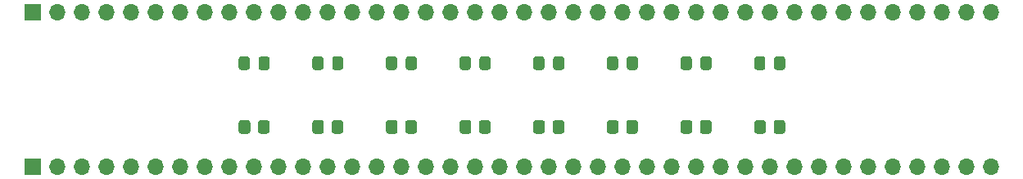
<source format=gts>
G04 #@! TF.GenerationSoftware,KiCad,Pcbnew,(5.1.9)-1*
G04 #@! TF.CreationDate,2021-10-24T00:32:31-04:00*
G04 #@! TF.ProjectId,bus-connect,6275732d-636f-46e6-9e65-63742e6b6963,rev?*
G04 #@! TF.SameCoordinates,Original*
G04 #@! TF.FileFunction,Soldermask,Top*
G04 #@! TF.FilePolarity,Negative*
%FSLAX46Y46*%
G04 Gerber Fmt 4.6, Leading zero omitted, Abs format (unit mm)*
G04 Created by KiCad (PCBNEW (5.1.9)-1) date 2021-10-24 00:32:31*
%MOMM*%
%LPD*%
G01*
G04 APERTURE LIST*
%ADD10O,1.700000X1.700000*%
%ADD11R,1.700000X1.700000*%
G04 APERTURE END LIST*
D10*
X191560000Y-80000000D03*
X189020000Y-80000000D03*
X186480000Y-80000000D03*
X183940000Y-80000000D03*
X181400000Y-80000000D03*
X178860000Y-80000000D03*
X176320000Y-80000000D03*
X173780000Y-80000000D03*
X171240000Y-80000000D03*
X168700000Y-80000000D03*
X166160000Y-80000000D03*
X163620000Y-80000000D03*
X161080000Y-80000000D03*
X158540000Y-80000000D03*
X156000000Y-80000000D03*
X153460000Y-80000000D03*
X150920000Y-80000000D03*
X148380000Y-80000000D03*
X145840000Y-80000000D03*
X143300000Y-80000000D03*
X140760000Y-80000000D03*
X138220000Y-80000000D03*
X135680000Y-80000000D03*
X133140000Y-80000000D03*
X130600000Y-80000000D03*
X128060000Y-80000000D03*
X125520000Y-80000000D03*
X122980000Y-80000000D03*
X120440000Y-80000000D03*
X117900000Y-80000000D03*
X115360000Y-80000000D03*
X112820000Y-80000000D03*
X110280000Y-80000000D03*
X107740000Y-80000000D03*
X105200000Y-80000000D03*
X102660000Y-80000000D03*
X100120000Y-80000000D03*
X97580000Y-80000000D03*
X95040000Y-80000000D03*
D11*
X92500000Y-80000000D03*
D10*
X191560000Y-96000000D03*
X189020000Y-96000000D03*
X186480000Y-96000000D03*
X183940000Y-96000000D03*
X181400000Y-96000000D03*
X178860000Y-96000000D03*
X176320000Y-96000000D03*
X173780000Y-96000000D03*
X171240000Y-96000000D03*
X168700000Y-96000000D03*
X166160000Y-96000000D03*
X163620000Y-96000000D03*
X161080000Y-96000000D03*
X158540000Y-96000000D03*
X156000000Y-96000000D03*
X153460000Y-96000000D03*
X150920000Y-96000000D03*
X148380000Y-96000000D03*
X145840000Y-96000000D03*
X143300000Y-96000000D03*
X140760000Y-96000000D03*
X138220000Y-96000000D03*
X135680000Y-96000000D03*
X133140000Y-96000000D03*
X130600000Y-96000000D03*
X128060000Y-96000000D03*
X125520000Y-96000000D03*
X122980000Y-96000000D03*
X120440000Y-96000000D03*
X117900000Y-96000000D03*
X115360000Y-96000000D03*
X112820000Y-96000000D03*
X110280000Y-96000000D03*
X107740000Y-96000000D03*
X105200000Y-96000000D03*
X102660000Y-96000000D03*
X100120000Y-96000000D03*
X97580000Y-96000000D03*
X95040000Y-96000000D03*
D11*
X92500000Y-96000000D03*
G36*
G01*
X115000000Y-91449999D02*
X115000000Y-92350001D01*
G75*
G02*
X114750001Y-92600000I-249999J0D01*
G01*
X114049999Y-92600000D01*
G75*
G02*
X113800000Y-92350001I0J249999D01*
G01*
X113800000Y-91449999D01*
G75*
G02*
X114049999Y-91200000I249999J0D01*
G01*
X114750001Y-91200000D01*
G75*
G02*
X115000000Y-91449999I0J-249999D01*
G01*
G37*
G36*
G01*
X117000000Y-91449999D02*
X117000000Y-92350001D01*
G75*
G02*
X116750001Y-92600000I-249999J0D01*
G01*
X116049999Y-92600000D01*
G75*
G02*
X115800000Y-92350001I0J249999D01*
G01*
X115800000Y-91449999D01*
G75*
G02*
X116049999Y-91200000I249999J0D01*
G01*
X116750001Y-91200000D01*
G75*
G02*
X117000000Y-91449999I0J-249999D01*
G01*
G37*
G36*
G01*
X122614285Y-91449999D02*
X122614285Y-92350001D01*
G75*
G02*
X122364286Y-92600000I-249999J0D01*
G01*
X121664284Y-92600000D01*
G75*
G02*
X121414285Y-92350001I0J249999D01*
G01*
X121414285Y-91449999D01*
G75*
G02*
X121664284Y-91200000I249999J0D01*
G01*
X122364286Y-91200000D01*
G75*
G02*
X122614285Y-91449999I0J-249999D01*
G01*
G37*
G36*
G01*
X124614285Y-91449999D02*
X124614285Y-92350001D01*
G75*
G02*
X124364286Y-92600000I-249999J0D01*
G01*
X123664284Y-92600000D01*
G75*
G02*
X123414285Y-92350001I0J249999D01*
G01*
X123414285Y-91449999D01*
G75*
G02*
X123664284Y-91200000I249999J0D01*
G01*
X124364286Y-91200000D01*
G75*
G02*
X124614285Y-91449999I0J-249999D01*
G01*
G37*
G36*
G01*
X130228570Y-91449999D02*
X130228570Y-92350001D01*
G75*
G02*
X129978571Y-92600000I-249999J0D01*
G01*
X129278569Y-92600000D01*
G75*
G02*
X129028570Y-92350001I0J249999D01*
G01*
X129028570Y-91449999D01*
G75*
G02*
X129278569Y-91200000I249999J0D01*
G01*
X129978571Y-91200000D01*
G75*
G02*
X130228570Y-91449999I0J-249999D01*
G01*
G37*
G36*
G01*
X132228570Y-91449999D02*
X132228570Y-92350001D01*
G75*
G02*
X131978571Y-92600000I-249999J0D01*
G01*
X131278569Y-92600000D01*
G75*
G02*
X131028570Y-92350001I0J249999D01*
G01*
X131028570Y-91449999D01*
G75*
G02*
X131278569Y-91200000I249999J0D01*
G01*
X131978571Y-91200000D01*
G75*
G02*
X132228570Y-91449999I0J-249999D01*
G01*
G37*
G36*
G01*
X137842855Y-91449999D02*
X137842855Y-92350001D01*
G75*
G02*
X137592856Y-92600000I-249999J0D01*
G01*
X136892854Y-92600000D01*
G75*
G02*
X136642855Y-92350001I0J249999D01*
G01*
X136642855Y-91449999D01*
G75*
G02*
X136892854Y-91200000I249999J0D01*
G01*
X137592856Y-91200000D01*
G75*
G02*
X137842855Y-91449999I0J-249999D01*
G01*
G37*
G36*
G01*
X139842855Y-91449999D02*
X139842855Y-92350001D01*
G75*
G02*
X139592856Y-92600000I-249999J0D01*
G01*
X138892854Y-92600000D01*
G75*
G02*
X138642855Y-92350001I0J249999D01*
G01*
X138642855Y-91449999D01*
G75*
G02*
X138892854Y-91200000I249999J0D01*
G01*
X139592856Y-91200000D01*
G75*
G02*
X139842855Y-91449999I0J-249999D01*
G01*
G37*
G36*
G01*
X145457140Y-91449999D02*
X145457140Y-92350001D01*
G75*
G02*
X145207141Y-92600000I-249999J0D01*
G01*
X144507139Y-92600000D01*
G75*
G02*
X144257140Y-92350001I0J249999D01*
G01*
X144257140Y-91449999D01*
G75*
G02*
X144507139Y-91200000I249999J0D01*
G01*
X145207141Y-91200000D01*
G75*
G02*
X145457140Y-91449999I0J-249999D01*
G01*
G37*
G36*
G01*
X147457140Y-91449999D02*
X147457140Y-92350001D01*
G75*
G02*
X147207141Y-92600000I-249999J0D01*
G01*
X146507139Y-92600000D01*
G75*
G02*
X146257140Y-92350001I0J249999D01*
G01*
X146257140Y-91449999D01*
G75*
G02*
X146507139Y-91200000I249999J0D01*
G01*
X147207141Y-91200000D01*
G75*
G02*
X147457140Y-91449999I0J-249999D01*
G01*
G37*
G36*
G01*
X153071425Y-91449999D02*
X153071425Y-92350001D01*
G75*
G02*
X152821426Y-92600000I-249999J0D01*
G01*
X152121424Y-92600000D01*
G75*
G02*
X151871425Y-92350001I0J249999D01*
G01*
X151871425Y-91449999D01*
G75*
G02*
X152121424Y-91200000I249999J0D01*
G01*
X152821426Y-91200000D01*
G75*
G02*
X153071425Y-91449999I0J-249999D01*
G01*
G37*
G36*
G01*
X155071425Y-91449999D02*
X155071425Y-92350001D01*
G75*
G02*
X154821426Y-92600000I-249999J0D01*
G01*
X154121424Y-92600000D01*
G75*
G02*
X153871425Y-92350001I0J249999D01*
G01*
X153871425Y-91449999D01*
G75*
G02*
X154121424Y-91200000I249999J0D01*
G01*
X154821426Y-91200000D01*
G75*
G02*
X155071425Y-91449999I0J-249999D01*
G01*
G37*
G36*
G01*
X160685710Y-91449999D02*
X160685710Y-92350001D01*
G75*
G02*
X160435711Y-92600000I-249999J0D01*
G01*
X159735709Y-92600000D01*
G75*
G02*
X159485710Y-92350001I0J249999D01*
G01*
X159485710Y-91449999D01*
G75*
G02*
X159735709Y-91200000I249999J0D01*
G01*
X160435711Y-91200000D01*
G75*
G02*
X160685710Y-91449999I0J-249999D01*
G01*
G37*
G36*
G01*
X162685710Y-91449999D02*
X162685710Y-92350001D01*
G75*
G02*
X162435711Y-92600000I-249999J0D01*
G01*
X161735709Y-92600000D01*
G75*
G02*
X161485710Y-92350001I0J249999D01*
G01*
X161485710Y-91449999D01*
G75*
G02*
X161735709Y-91200000I249999J0D01*
G01*
X162435711Y-91200000D01*
G75*
G02*
X162685710Y-91449999I0J-249999D01*
G01*
G37*
G36*
G01*
X168300000Y-91449999D02*
X168300000Y-92350001D01*
G75*
G02*
X168050001Y-92600000I-249999J0D01*
G01*
X167349999Y-92600000D01*
G75*
G02*
X167100000Y-92350001I0J249999D01*
G01*
X167100000Y-91449999D01*
G75*
G02*
X167349999Y-91200000I249999J0D01*
G01*
X168050001Y-91200000D01*
G75*
G02*
X168300000Y-91449999I0J-249999D01*
G01*
G37*
G36*
G01*
X170300000Y-91449999D02*
X170300000Y-92350001D01*
G75*
G02*
X170050001Y-92600000I-249999J0D01*
G01*
X169349999Y-92600000D01*
G75*
G02*
X169100000Y-92350001I0J249999D01*
G01*
X169100000Y-91449999D01*
G75*
G02*
X169349999Y-91200000I249999J0D01*
G01*
X170050001Y-91200000D01*
G75*
G02*
X170300000Y-91449999I0J-249999D01*
G01*
G37*
G36*
G01*
X114950000Y-84849999D02*
X114950000Y-85750001D01*
G75*
G02*
X114700001Y-86000000I-249999J0D01*
G01*
X114049999Y-86000000D01*
G75*
G02*
X113800000Y-85750001I0J249999D01*
G01*
X113800000Y-84849999D01*
G75*
G02*
X114049999Y-84600000I249999J0D01*
G01*
X114700001Y-84600000D01*
G75*
G02*
X114950000Y-84849999I0J-249999D01*
G01*
G37*
G36*
G01*
X117000000Y-84849999D02*
X117000000Y-85750001D01*
G75*
G02*
X116750001Y-86000000I-249999J0D01*
G01*
X116099999Y-86000000D01*
G75*
G02*
X115850000Y-85750001I0J249999D01*
G01*
X115850000Y-84849999D01*
G75*
G02*
X116099999Y-84600000I249999J0D01*
G01*
X116750001Y-84600000D01*
G75*
G02*
X117000000Y-84849999I0J-249999D01*
G01*
G37*
G36*
G01*
X122564285Y-84849999D02*
X122564285Y-85750001D01*
G75*
G02*
X122314286Y-86000000I-249999J0D01*
G01*
X121664284Y-86000000D01*
G75*
G02*
X121414285Y-85750001I0J249999D01*
G01*
X121414285Y-84849999D01*
G75*
G02*
X121664284Y-84600000I249999J0D01*
G01*
X122314286Y-84600000D01*
G75*
G02*
X122564285Y-84849999I0J-249999D01*
G01*
G37*
G36*
G01*
X124614285Y-84849999D02*
X124614285Y-85750001D01*
G75*
G02*
X124364286Y-86000000I-249999J0D01*
G01*
X123714284Y-86000000D01*
G75*
G02*
X123464285Y-85750001I0J249999D01*
G01*
X123464285Y-84849999D01*
G75*
G02*
X123714284Y-84600000I249999J0D01*
G01*
X124364286Y-84600000D01*
G75*
G02*
X124614285Y-84849999I0J-249999D01*
G01*
G37*
G36*
G01*
X130178570Y-84849999D02*
X130178570Y-85750001D01*
G75*
G02*
X129928571Y-86000000I-249999J0D01*
G01*
X129278569Y-86000000D01*
G75*
G02*
X129028570Y-85750001I0J249999D01*
G01*
X129028570Y-84849999D01*
G75*
G02*
X129278569Y-84600000I249999J0D01*
G01*
X129928571Y-84600000D01*
G75*
G02*
X130178570Y-84849999I0J-249999D01*
G01*
G37*
G36*
G01*
X132228570Y-84849999D02*
X132228570Y-85750001D01*
G75*
G02*
X131978571Y-86000000I-249999J0D01*
G01*
X131328569Y-86000000D01*
G75*
G02*
X131078570Y-85750001I0J249999D01*
G01*
X131078570Y-84849999D01*
G75*
G02*
X131328569Y-84600000I249999J0D01*
G01*
X131978571Y-84600000D01*
G75*
G02*
X132228570Y-84849999I0J-249999D01*
G01*
G37*
G36*
G01*
X137792855Y-84849999D02*
X137792855Y-85750001D01*
G75*
G02*
X137542856Y-86000000I-249999J0D01*
G01*
X136892854Y-86000000D01*
G75*
G02*
X136642855Y-85750001I0J249999D01*
G01*
X136642855Y-84849999D01*
G75*
G02*
X136892854Y-84600000I249999J0D01*
G01*
X137542856Y-84600000D01*
G75*
G02*
X137792855Y-84849999I0J-249999D01*
G01*
G37*
G36*
G01*
X139842855Y-84849999D02*
X139842855Y-85750001D01*
G75*
G02*
X139592856Y-86000000I-249999J0D01*
G01*
X138942854Y-86000000D01*
G75*
G02*
X138692855Y-85750001I0J249999D01*
G01*
X138692855Y-84849999D01*
G75*
G02*
X138942854Y-84600000I249999J0D01*
G01*
X139592856Y-84600000D01*
G75*
G02*
X139842855Y-84849999I0J-249999D01*
G01*
G37*
G36*
G01*
X145407140Y-84849999D02*
X145407140Y-85750001D01*
G75*
G02*
X145157141Y-86000000I-249999J0D01*
G01*
X144507139Y-86000000D01*
G75*
G02*
X144257140Y-85750001I0J249999D01*
G01*
X144257140Y-84849999D01*
G75*
G02*
X144507139Y-84600000I249999J0D01*
G01*
X145157141Y-84600000D01*
G75*
G02*
X145407140Y-84849999I0J-249999D01*
G01*
G37*
G36*
G01*
X147457140Y-84849999D02*
X147457140Y-85750001D01*
G75*
G02*
X147207141Y-86000000I-249999J0D01*
G01*
X146557139Y-86000000D01*
G75*
G02*
X146307140Y-85750001I0J249999D01*
G01*
X146307140Y-84849999D01*
G75*
G02*
X146557139Y-84600000I249999J0D01*
G01*
X147207141Y-84600000D01*
G75*
G02*
X147457140Y-84849999I0J-249999D01*
G01*
G37*
G36*
G01*
X153021425Y-84849999D02*
X153021425Y-85750001D01*
G75*
G02*
X152771426Y-86000000I-249999J0D01*
G01*
X152121424Y-86000000D01*
G75*
G02*
X151871425Y-85750001I0J249999D01*
G01*
X151871425Y-84849999D01*
G75*
G02*
X152121424Y-84600000I249999J0D01*
G01*
X152771426Y-84600000D01*
G75*
G02*
X153021425Y-84849999I0J-249999D01*
G01*
G37*
G36*
G01*
X155071425Y-84849999D02*
X155071425Y-85750001D01*
G75*
G02*
X154821426Y-86000000I-249999J0D01*
G01*
X154171424Y-86000000D01*
G75*
G02*
X153921425Y-85750001I0J249999D01*
G01*
X153921425Y-84849999D01*
G75*
G02*
X154171424Y-84600000I249999J0D01*
G01*
X154821426Y-84600000D01*
G75*
G02*
X155071425Y-84849999I0J-249999D01*
G01*
G37*
G36*
G01*
X160635710Y-84849999D02*
X160635710Y-85750001D01*
G75*
G02*
X160385711Y-86000000I-249999J0D01*
G01*
X159735709Y-86000000D01*
G75*
G02*
X159485710Y-85750001I0J249999D01*
G01*
X159485710Y-84849999D01*
G75*
G02*
X159735709Y-84600000I249999J0D01*
G01*
X160385711Y-84600000D01*
G75*
G02*
X160635710Y-84849999I0J-249999D01*
G01*
G37*
G36*
G01*
X162685710Y-84849999D02*
X162685710Y-85750001D01*
G75*
G02*
X162435711Y-86000000I-249999J0D01*
G01*
X161785709Y-86000000D01*
G75*
G02*
X161535710Y-85750001I0J249999D01*
G01*
X161535710Y-84849999D01*
G75*
G02*
X161785709Y-84600000I249999J0D01*
G01*
X162435711Y-84600000D01*
G75*
G02*
X162685710Y-84849999I0J-249999D01*
G01*
G37*
G36*
G01*
X168250000Y-84849999D02*
X168250000Y-85750001D01*
G75*
G02*
X168000001Y-86000000I-249999J0D01*
G01*
X167349999Y-86000000D01*
G75*
G02*
X167100000Y-85750001I0J249999D01*
G01*
X167100000Y-84849999D01*
G75*
G02*
X167349999Y-84600000I249999J0D01*
G01*
X168000001Y-84600000D01*
G75*
G02*
X168250000Y-84849999I0J-249999D01*
G01*
G37*
G36*
G01*
X170300000Y-84849999D02*
X170300000Y-85750001D01*
G75*
G02*
X170050001Y-86000000I-249999J0D01*
G01*
X169399999Y-86000000D01*
G75*
G02*
X169150000Y-85750001I0J249999D01*
G01*
X169150000Y-84849999D01*
G75*
G02*
X169399999Y-84600000I249999J0D01*
G01*
X170050001Y-84600000D01*
G75*
G02*
X170300000Y-84849999I0J-249999D01*
G01*
G37*
M02*

</source>
